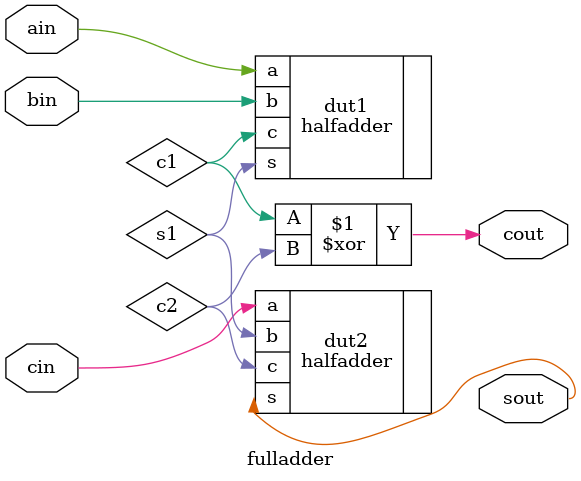
<source format=sv>
`timescale 1ns / 1ps


module fulladder(
    input ain,
    input bin,
    input cin,
    output cout,
    output sout
    );
    
    wire c1, c2, s1;
    
    halfadder dut1(
        .a(ain), .b(bin),
        .c(c1), .s(s1)
    );
    
    halfadder dut2(
        .a(cin), .b(s1),
        .c(c2), .s(sout)
    );
    
    assign cout = c1 ^ c2;
    
endmodule// fulladder

</source>
